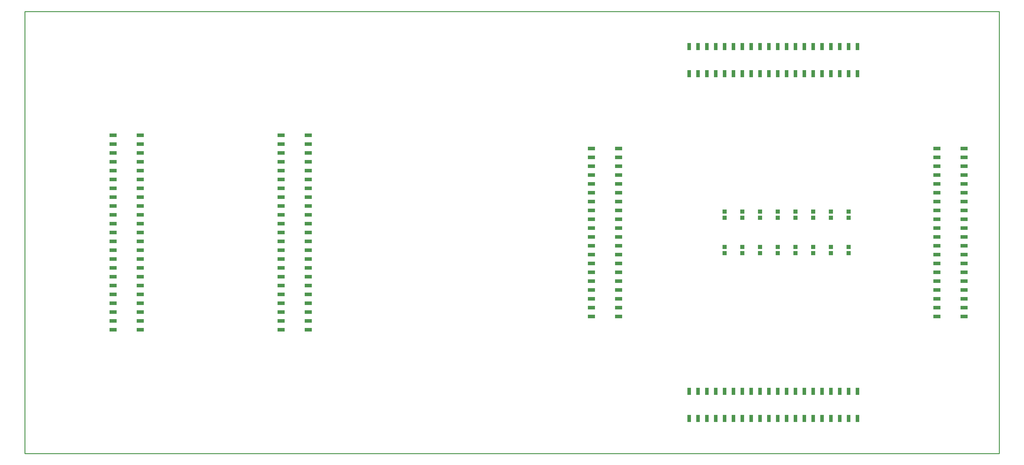
<source format=gbp>
G04 Layer_Color=128*
%FSLAX25Y25*%
%MOIN*%
G70*
G01*
G75*
%ADD12R,0.05000X0.05000*%
%ADD17R,0.03937X0.07874*%
%ADD18R,0.07874X0.03937*%
%ADD23C,0.01000*%
D12*
X830000Y226500D02*
D03*
Y233500D02*
D03*
X930000Y226500D02*
D03*
Y233500D02*
D03*
X890000Y226500D02*
D03*
Y233500D02*
D03*
X810000Y273500D02*
D03*
Y266500D02*
D03*
X870000Y226500D02*
D03*
Y233500D02*
D03*
X850000Y226500D02*
D03*
Y233500D02*
D03*
X810000Y226500D02*
D03*
Y233500D02*
D03*
X790000Y226500D02*
D03*
Y233500D02*
D03*
X930000Y273500D02*
D03*
Y266500D02*
D03*
X910000Y273500D02*
D03*
Y266500D02*
D03*
Y226500D02*
D03*
Y233500D02*
D03*
X890000Y273500D02*
D03*
Y266500D02*
D03*
X870000Y273500D02*
D03*
Y266500D02*
D03*
X850000Y273500D02*
D03*
Y266500D02*
D03*
X830000Y273500D02*
D03*
Y266500D02*
D03*
X790000Y273500D02*
D03*
Y266500D02*
D03*
D17*
Y70354D02*
D03*
X770000D02*
D03*
X760000D02*
D03*
X750000D02*
D03*
X780000D02*
D03*
X830000D02*
D03*
X800000D02*
D03*
X810000D02*
D03*
X820000D02*
D03*
X840000D02*
D03*
X880000D02*
D03*
X850000D02*
D03*
X860000D02*
D03*
X870000D02*
D03*
X890000D02*
D03*
X930000D02*
D03*
X900000D02*
D03*
X910000D02*
D03*
X920000D02*
D03*
X940000D02*
D03*
Y39646D02*
D03*
X920000D02*
D03*
X910000D02*
D03*
X900000D02*
D03*
X930000D02*
D03*
X890000D02*
D03*
X870000D02*
D03*
X860000D02*
D03*
X850000D02*
D03*
X880000D02*
D03*
X840000D02*
D03*
X820000D02*
D03*
X810000D02*
D03*
X800000D02*
D03*
X830000D02*
D03*
X780000D02*
D03*
X750000D02*
D03*
X760000D02*
D03*
X770000D02*
D03*
X790000D02*
D03*
X900000Y429646D02*
D03*
X920000D02*
D03*
X930000D02*
D03*
X940000D02*
D03*
X910000D02*
D03*
X860000D02*
D03*
X890000D02*
D03*
X880000D02*
D03*
X870000D02*
D03*
X850000D02*
D03*
X810000D02*
D03*
X840000D02*
D03*
X830000D02*
D03*
X820000D02*
D03*
X800000D02*
D03*
X760000D02*
D03*
X790000D02*
D03*
X780000D02*
D03*
X770000D02*
D03*
X750000D02*
D03*
Y460354D02*
D03*
X770000D02*
D03*
X780000D02*
D03*
X790000D02*
D03*
X760000D02*
D03*
X800000D02*
D03*
X820000D02*
D03*
X830000D02*
D03*
X840000D02*
D03*
X810000D02*
D03*
X850000D02*
D03*
X870000D02*
D03*
X880000D02*
D03*
X890000D02*
D03*
X860000D02*
D03*
X910000D02*
D03*
X940000D02*
D03*
X930000D02*
D03*
X920000D02*
D03*
X900000D02*
D03*
D18*
X130291Y140000D02*
D03*
Y150000D02*
D03*
X99583Y210000D02*
D03*
Y190000D02*
D03*
Y180000D02*
D03*
Y170000D02*
D03*
Y200000D02*
D03*
Y250000D02*
D03*
Y220000D02*
D03*
Y230000D02*
D03*
Y240000D02*
D03*
Y260000D02*
D03*
Y300000D02*
D03*
Y270000D02*
D03*
Y280000D02*
D03*
Y290000D02*
D03*
Y310000D02*
D03*
Y350000D02*
D03*
Y320000D02*
D03*
Y330000D02*
D03*
Y340000D02*
D03*
Y360000D02*
D03*
X130291D02*
D03*
Y340000D02*
D03*
Y330000D02*
D03*
Y320000D02*
D03*
Y350000D02*
D03*
Y310000D02*
D03*
Y290000D02*
D03*
Y280000D02*
D03*
Y270000D02*
D03*
Y300000D02*
D03*
Y260000D02*
D03*
Y240000D02*
D03*
Y230000D02*
D03*
Y220000D02*
D03*
Y250000D02*
D03*
Y200000D02*
D03*
Y170000D02*
D03*
Y180000D02*
D03*
Y190000D02*
D03*
Y210000D02*
D03*
X289291D02*
D03*
Y190000D02*
D03*
Y180000D02*
D03*
Y170000D02*
D03*
Y200000D02*
D03*
Y250000D02*
D03*
Y220000D02*
D03*
Y230000D02*
D03*
Y240000D02*
D03*
Y260000D02*
D03*
Y300000D02*
D03*
Y270000D02*
D03*
Y280000D02*
D03*
Y290000D02*
D03*
Y310000D02*
D03*
Y350000D02*
D03*
Y320000D02*
D03*
Y330000D02*
D03*
Y340000D02*
D03*
Y360000D02*
D03*
X320000D02*
D03*
Y340000D02*
D03*
Y330000D02*
D03*
Y320000D02*
D03*
Y350000D02*
D03*
Y310000D02*
D03*
Y290000D02*
D03*
Y280000D02*
D03*
Y270000D02*
D03*
Y300000D02*
D03*
Y260000D02*
D03*
Y240000D02*
D03*
Y230000D02*
D03*
Y220000D02*
D03*
Y250000D02*
D03*
Y200000D02*
D03*
Y170000D02*
D03*
Y180000D02*
D03*
Y190000D02*
D03*
Y210000D02*
D03*
X130291Y160000D02*
D03*
X99583Y140000D02*
D03*
Y150000D02*
D03*
Y160000D02*
D03*
X320000D02*
D03*
Y150000D02*
D03*
Y140000D02*
D03*
X289291D02*
D03*
Y150000D02*
D03*
Y160000D02*
D03*
X1060354Y305000D02*
D03*
Y325000D02*
D03*
Y335000D02*
D03*
Y345000D02*
D03*
Y315000D02*
D03*
Y265000D02*
D03*
Y295000D02*
D03*
Y285000D02*
D03*
Y275000D02*
D03*
Y255000D02*
D03*
Y215000D02*
D03*
Y245000D02*
D03*
Y235000D02*
D03*
Y225000D02*
D03*
Y205000D02*
D03*
Y165000D02*
D03*
Y195000D02*
D03*
Y185000D02*
D03*
Y175000D02*
D03*
Y155000D02*
D03*
X1029646D02*
D03*
Y175000D02*
D03*
Y185000D02*
D03*
Y195000D02*
D03*
Y165000D02*
D03*
Y205000D02*
D03*
Y225000D02*
D03*
Y235000D02*
D03*
Y245000D02*
D03*
Y215000D02*
D03*
Y255000D02*
D03*
Y275000D02*
D03*
Y285000D02*
D03*
Y295000D02*
D03*
Y265000D02*
D03*
Y315000D02*
D03*
Y345000D02*
D03*
Y335000D02*
D03*
Y325000D02*
D03*
Y305000D02*
D03*
X639646Y195000D02*
D03*
Y175000D02*
D03*
Y165000D02*
D03*
Y155000D02*
D03*
Y185000D02*
D03*
Y235000D02*
D03*
Y205000D02*
D03*
Y215000D02*
D03*
Y225000D02*
D03*
Y245000D02*
D03*
Y285000D02*
D03*
Y255000D02*
D03*
Y265000D02*
D03*
Y275000D02*
D03*
Y295000D02*
D03*
Y335000D02*
D03*
Y305000D02*
D03*
Y315000D02*
D03*
Y325000D02*
D03*
Y345000D02*
D03*
X670354D02*
D03*
Y325000D02*
D03*
Y315000D02*
D03*
Y305000D02*
D03*
Y335000D02*
D03*
Y295000D02*
D03*
Y275000D02*
D03*
Y265000D02*
D03*
Y255000D02*
D03*
Y285000D02*
D03*
Y245000D02*
D03*
Y225000D02*
D03*
Y215000D02*
D03*
Y205000D02*
D03*
Y235000D02*
D03*
Y185000D02*
D03*
Y155000D02*
D03*
Y165000D02*
D03*
Y175000D02*
D03*
Y195000D02*
D03*
D23*
X0Y0D02*
Y500000D01*
X1100000D01*
Y0D02*
Y500000D01*
X0Y0D02*
X1100000D01*
M02*

</source>
